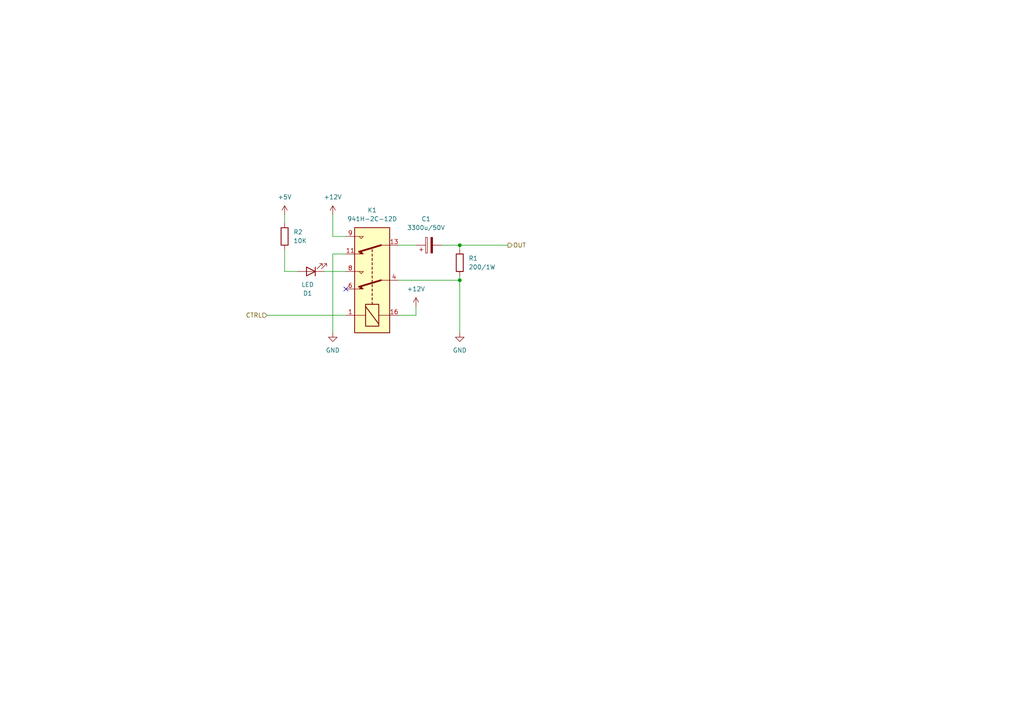
<source format=kicad_sch>
(kicad_sch (version 20230121) (generator eeschema)
  (paper "A4")
  (title_block (title "Point Coltroller Relay Module") (date "2023-10-30") (rev "Rev1.0") (company "by 46nori"))
  (lib_symbols
    (symbol "Device:C_Polarized" (pin_numbers hide) (pin_names (offset 0.254))
      (property "Reference" "C" (at 0.635 2.54 0))
      (property "Value" "C_Polarized" (at 0.635 -2.54 0))
      (symbol "C_Polarized_0_1"
        (rectangle (start -2.286 0.508) (end 2.286 1.016))
        (polyline (pts (xy -1.778 2.286) (xy -0.762 2.286)))
        (polyline (pts (xy -1.27 2.794) (xy -1.27 1.778)))
        (rectangle (start 2.286 -0.508) (end -2.286 -1.016) (fill (type outline)))
      )
      (symbol "C_Polarized_1_1"
        (pin passive line (at 0 3.81 270) (length 2.794) (name "~") (number "1"))
        (pin passive line (at 0 -3.81 90) (length 2.794) (name "~") (number "2"))
      )
    )
    (symbol "Device:LED" (pin_numbers hide) (pin_names (offset 1.016) hide)
      (property "Reference" "D" (at 0 2.54 0))
      (property "Value" "LED" (at 0 -2.54 0))
      (symbol "LED_0_1"
        (polyline (pts (xy -1.27 -1.27) (xy -1.27 1.27)) (stroke (width 0.254)))
        (polyline (pts (xy -1.27 0) (xy 1.27 0)))
        (polyline (pts (xy 1.27 -1.27) (xy 1.27 1.27) (xy -1.27 0) (xy 1.27 -1.27)) (stroke (width 0.254)))
        (polyline (pts (xy -3.048 -0.762) (xy -4.572 -2.286) (xy -3.81 -2.286) (xy -4.572 -2.286) (xy -4.572 -1.524)))
        (polyline (pts (xy -1.778 -0.762) (xy -3.302 -2.286) (xy -2.54 -2.286) (xy -3.302 -2.286) (xy -3.302 -1.524)))
      )
      (symbol "LED_1_1"
        (pin passive line (at -3.81 0 0) (length 2.54) (name "K") (number "1"))
        (pin passive line (at 3.81 0 180) (length 2.54) (name "A") (number "2"))
      )
    )
    (symbol "Device:R" (pin_numbers hide) (pin_names (offset 0))
      (property "Reference" "R" (at 2.032 0 90))
      (property "Value" "R" (at 0 0 90))
      (symbol "R_0_1"
        (rectangle (start -1.016 -2.54) (end 1.016 2.54) (stroke (width 0.254)))
      )
      (symbol "R_1_1"
        (pin passive line (at 0 3.81 270) (length 1.27) (name "~") (number "1"))
        (pin passive line (at 0 -3.81 90) (length 1.27) (name "~") (number "2"))
      )
    )
    (symbol "Relay:G5V-2"
      (property "Reference" "K" (at 16.51 3.81 0))
      (property "Value" "G5V-2" (at 16.51 1.27 0))
      (symbol "G5V-2_0_1"
        (rectangle (start -15.24 5.08) (end 15.24 -5.08) (stroke (width 0.254)) (fill (type background)))
        (rectangle (start -13.335 1.905) (end -6.985 -1.905) (stroke (width 0.254)))
        (polyline (pts (xy -12.7 -1.905) (xy -7.62 1.905)) (stroke (width 0.254)))
        (polyline (pts (xy -10.16 -5.08) (xy -10.16 -1.905)))
        (polyline (pts (xy -10.16 5.08) (xy -10.16 1.905)))
        (polyline (pts (xy -6.985 0) (xy -6.35 0)) (stroke (width 0.254)))
        (polyline (pts (xy -5.715 0) (xy -5.08 0)) (stroke (width 0.254)))
        (polyline (pts (xy -4.445 0) (xy -3.81 0)) (stroke (width 0.254)))
        (polyline (pts (xy -3.175 0) (xy -2.54 0)) (stroke (width 0.254)))
        (polyline (pts (xy -1.905 0) (xy -1.27 0)) (stroke (width 0.254)))
        (polyline (pts (xy -0.635 0) (xy 0 0)) (stroke (width 0.254)))
        (polyline (pts (xy 0 -2.54) (xy -1.905 3.81)) (stroke (width 0.508)))
        (polyline (pts (xy 0 -2.54) (xy 0 -5.08)))
        (polyline (pts (xy 0.635 0) (xy 1.27 0)) (stroke (width 0.254)))
        (polyline (pts (xy 1.905 0) (xy 2.54 0)) (stroke (width 0.254)))
        (polyline (pts (xy 3.175 0) (xy 3.81 0)) (stroke (width 0.254)))
        (polyline (pts (xy 4.445 0) (xy 5.08 0)) (stroke (width 0.254)))
        (polyline (pts (xy 5.715 0) (xy 6.35 0)) (stroke (width 0.254)))
        (polyline (pts (xy 6.985 0) (xy 7.62 0)) (stroke (width 0.254)))
        (polyline (pts (xy 8.255 0) (xy 8.89 0)) (stroke (width 0.254)))
        (polyline (pts (xy 10.16 -2.54) (xy 8.255 3.81)) (stroke (width 0.508)))
        (polyline (pts (xy 10.16 -2.54) (xy 10.16 -5.08)))
        (polyline (pts (xy -2.54 5.08) (xy -2.54 2.54) (xy -1.905 3.175) (xy -2.54 3.81)) (fill (type outline)))
        (polyline (pts (xy 2.54 5.08) (xy 2.54 2.54) (xy 1.905 3.175) (xy 2.54 3.81)))
        (polyline (pts (xy 7.62 5.08) (xy 7.62 2.54) (xy 8.255 3.175) (xy 7.62 3.81)) (fill (type outline)))
        (polyline (pts (xy 12.7 5.08) (xy 12.7 2.54) (xy 12.065 3.175) (xy 12.7 3.81)))
      )
      (symbol "G5V-2_1_1"
        (pin passive line (at -10.16 7.62 270) (length 2.54) (name "~") (number "1"))
        (pin passive line (at 7.62 7.62 270) (length 2.54) (name "~") (number "11"))
        (pin passive line (at 10.16 -7.62 90) (length 2.54) (name "~") (number "13"))
        (pin passive line (at -10.16 -7.62 90) (length 2.54) (name "~") (number "16"))
        (pin passive line (at 0 -7.62 90) (length 2.54) (name "~") (number "4"))
        (pin passive line (at -2.54 7.62 270) (length 2.54) (name "~") (number "6"))
        (pin passive line (at 2.54 7.62 270) (length 2.54) (name "~") (number "8"))
        (pin passive line (at 12.7 7.62 270) (length 2.54) (name "~") (number "9"))
      )
    )
    (symbol "power:+12V" (power) (pin_names (offset 0))
      (property "Value" "+12V" (at 0 3.556 0))
      (symbol "+12V_0_1"
        (polyline (pts (xy -0.762 1.27) (xy 0 2.54)))
        (polyline (pts (xy 0 0) (xy 0 2.54)))
        (polyline (pts (xy 0 2.54) (xy 0.762 1.27)))
      )
      (symbol "+12V_1_1"
        (pin power_in line (at 0 0 90) (length 0) hide (name "+12V") (number "1"))
      )
    )
    (symbol "power:+5V" (power) (pin_names (offset 0))
      (property "Value" "+5V" (at 0 3.556 0))
      (symbol "+5V_0_1"
        (polyline (pts (xy -0.762 1.27) (xy 0 2.54)))
        (polyline (pts (xy 0 0) (xy 0 2.54)))
        (polyline (pts (xy 0 2.54) (xy 0.762 1.27)))
      )
      (symbol "+5V_1_1"
        (pin power_in line (at 0 0 90) (length 0) hide (name "+5V") (number "1"))
      )
    )
    (symbol "power:GND" (power) (pin_names (offset 0))
      (property "Value" "GND" (at 0 -3.81 0))
      (symbol "GND_0_1"
        (polyline (pts (xy 0 0) (xy 0 -1.27) (xy 1.27 -1.27) (xy 0 -2.54) (xy -1.27 -1.27) (xy 0 -1.27)))
      )
      (symbol "GND_1_1"
        (pin power_in line (at 0 0 270) (length 0) hide (name "GND") (number "1"))
      )
    )
  )
  (junction (at 133.35 71.12))
  (junction (at 133.35 81.28))
  (no_connect (at 100.33 83.82))
  (wire (pts (xy 128.27 71.12) (xy 133.35 71.12)))
  (wire (pts (xy 93.98 78.74) (xy 100.33 78.74)))
  (wire (pts (xy 82.55 78.74) (xy 86.36 78.74)))
  (wire (pts (xy 115.57 91.44) (xy 120.65 91.44)))
  (wire (pts (xy 133.35 71.12) (xy 133.35 72.39)))
  (wire (pts (xy 133.35 80.01) (xy 133.35 81.28)))
  (wire (pts (xy 115.57 71.12) (xy 120.65 71.12)))
  (wire (pts (xy 133.35 71.12) (xy 147.32 71.12)))
  (wire (pts (xy 77.47 91.44) (xy 100.33 91.44)))
  (wire (pts (xy 82.55 78.74) (xy 82.55 72.39)))
  (wire (pts (xy 120.65 91.44) (xy 120.65 88.9)))
  (wire (pts (xy 100.33 73.66) (xy 96.52 73.66)))
  (wire (pts (xy 133.35 81.28) (xy 133.35 96.52)))
  (wire (pts (xy 96.52 68.58) (xy 100.33 68.58)))
  (wire (pts (xy 115.57 81.28) (xy 133.35 81.28)))
  (wire (pts (xy 82.55 62.23) (xy 82.55 64.77)))
  (wire (pts (xy 96.52 62.23) (xy 96.52 68.58)))
  (wire (pts (xy 96.52 73.66) (xy 96.52 96.52)))
  (hierarchical_label "CTRL" (shape input) (at 77.47 91.44 180))
  (hierarchical_label "OUT" (shape output) (at 147.32 71.12 0))
  (symbol (lib_id "power:+5V") (at 82.55 62.23 0) (unit 1)
    (property "Reference" "#PWR05" (effects hide))
    (property "Value" "+5V" (at 82.55 57.15 0))
    (instances (project "PointController" (path "" (reference "#PWR05") (unit 1)) (path "" (reference "#PWR0201") (unit 1)) (path "" (reference "#PWR0301") (unit 1)) (path "" (reference "#PWR0401") (unit 1)) (path "" (reference "#PWR0501") (unit 1)) (path "" (reference "#PWR0601") (unit 1)) (path "" (reference "#PWR0701") (unit 1)) (path "" (reference "#PWR0801") (unit 1)) (path "" (reference "#PWR0901") (unit 1)) (path "" (reference "#PWR01001") (unit 1)) (path "" (reference "#PWR01101") (unit 1)) (path "" (reference "#PWR01201") (unit 1)) (path "" (reference "#PWR01301") (unit 1)) (path "" (reference "#PWR01401") (unit 1)) (path "" (reference "#PWR01501") (unit 1)) (path "" (reference "#PWR01601") (unit 1)) (path "" (reference "#PWR01701") (unit 1))))
  )
  (symbol (lib_id "power:+12V") (at 120.65 88.9 0) (unit 1)
    (property "Reference" "#PWR01" (effects hide))
    (property "Value" "+12V" (at 120.65 83.82 0))
    (instances (project "PointController" (path "" (reference "#PWR01") (unit 1)) (path "" (reference "#PWR0203") (unit 1)) (path "" (reference "#PWR0303") (unit 1)) (path "" (reference "#PWR0403") (unit 1)) (path "" (reference "#PWR0503") (unit 1)) (path "" (reference "#PWR0603") (unit 1)) (path "" (reference "#PWR0703") (unit 1)) (path "" (reference "#PWR0803") (unit 1)) (path "" (reference "#PWR0903") (unit 1)) (path "" (reference "#PWR01003") (unit 1)) (path "" (reference "#PWR01103") (unit 1)) (path "" (reference "#PWR01203") (unit 1)) (path "" (reference "#PWR01303") (unit 1)) (path "" (reference "#PWR01403") (unit 1)) (path "" (reference "#PWR01503") (unit 1)) (path "" (reference "#PWR01603") (unit 1)) (path "" (reference "#PWR01703") (unit 1))))
  )
  (symbol (lib_id "Device:R") (at 133.35 76.2 180) (unit 1)
    (property "Reference" "R1" (at 135.89 74.93 0) (effects (justify right)))
    (property "Value" "200/1W" (at 135.89 77.47 0) (effects (justify right)))
    (property "Footprint" "Resistor_THT:R_Axial_DIN0414_L11.9mm_D4.5mm_P20.32mm_Horizontal" (effects hide))
    (instances (project "PointController" (path "" (reference "R1") (unit 1)) (path "" (reference "R202") (unit 1)) (path "" (reference "R302") (unit 1)) (path "" (reference "R402") (unit 1)) (path "" (reference "R502") (unit 1)) (path "" (reference "R602") (unit 1)) (path "" (reference "R702") (unit 1)) (path "" (reference "R802") (unit 1)) (path "" (reference "R902") (unit 1)) (path "" (reference "R1002") (unit 1)) (path "" (reference "R1102") (unit 1)) (path "" (reference "R1202") (unit 1)) (path "" (reference "R1302") (unit 1)) (path "" (reference "R1402") (unit 1)) (path "" (reference "R1502") (unit 1)) (path "" (reference "R1602") (unit 1)) (path "" (reference "R1702") (unit 1))))
  )
  (symbol (lib_id "power:GND") (at 133.35 96.52 0) (unit 1)
    (property "Reference" "#PWR04" (effects hide))
    (property "Value" "GND" (at 133.35 101.6 0))
    (instances (project "PointController" (path "" (reference "#PWR04") (unit 1)) (path "" (reference "#PWR0205") (unit 1)) (path "" (reference "#PWR0305") (unit 1)) (path "" (reference "#PWR0405") (unit 1)) (path "" (reference "#PWR0505") (unit 1)) (path "" (reference "#PWR0605") (unit 1)) (path "" (reference "#PWR0705") (unit 1)) (path "" (reference "#PWR0805") (unit 1)) (path "" (reference "#PWR0905") (unit 1)) (path "" (reference "#PWR01005") (unit 1)) (path "" (reference "#PWR01105") (unit 1)) (path "" (reference "#PWR01205") (unit 1)) (path "" (reference "#PWR01305") (unit 1)) (path "" (reference "#PWR01405") (unit 1)) (path "" (reference "#PWR01505") (unit 1)) (path "" (reference "#PWR01605") (unit 1)) (path "" (reference "#PWR01705") (unit 1))))
  )
  (symbol (lib_id "Device:LED") (at 90.17 78.74 180) (unit 1)
    (property "Reference" "D1" (at 89.2175 85.09 0))
    (property "Value" "LED" (at 89.2175 82.55 0))
    (property "Footprint" "LED_THT:LED_D3.0mm" (effects hide))
    (instances (project "PointController" (path "" (reference "D1") (unit 1)) (path "" (reference "D201") (unit 1)) (path "" (reference "D301") (unit 1)) (path "" (reference "D401") (unit 1)) (path "" (reference "D501") (unit 1)) (path "" (reference "D601") (unit 1)) (path "" (reference "D701") (unit 1)) (path "" (reference "D801") (unit 1)) (path "" (reference "D901") (unit 1)) (path "" (reference "D1001") (unit 1)) (path "" (reference "D1101") (unit 1)) (path "" (reference "D1201") (unit 1)) (path "" (reference "D1301") (unit 1)) (path "" (reference "D1401") (unit 1)) (path "" (reference "D1501") (unit 1)) (path "" (reference "D1601") (unit 1)) (path "" (reference "D1701") (unit 1))))
  )
  (symbol (lib_id "Device:R") (at 82.55 68.58 180) (unit 1)
    (property "Reference" "R2" (at 85.09 67.31 0) (effects (justify right)))
    (property "Value" "10K" (at 85.09 69.85 0) (effects (justify right)))
    (property "Footprint" "Resistor_THT:R_Axial_DIN0204_L3.6mm_D1.6mm_P7.62mm_Horizontal" (effects hide))
    (instances (project "PointController" (path "" (reference "R2") (unit 1)) (path "" (reference "R201") (unit 1)) (path "" (reference "R301") (unit 1)) (path "" (reference "R401") (unit 1)) (path "" (reference "R501") (unit 1)) (path "" (reference "R601") (unit 1)) (path "" (reference "R701") (unit 1)) (path "" (reference "R801") (unit 1)) (path "" (reference "R901") (unit 1)) (path "" (reference "R1001") (unit 1)) (path "" (reference "R1101") (unit 1)) (path "" (reference "R1201") (unit 1)) (path "" (reference "R1301") (unit 1)) (path "" (reference "R1401") (unit 1)) (path "" (reference "R1501") (unit 1)) (path "" (reference "R1601") (unit 1)) (path "" (reference "R1701") (unit 1))))
  )
  (symbol (lib_id "power:GND") (at 96.52 96.52 0) (unit 1)
    (property "Reference" "#PWR03" (effects hide))
    (property "Value" "GND" (at 96.52 101.6 0))
    (instances (project "PointController" (path "" (reference "#PWR03") (unit 1)) (path "" (reference "#PWR0204") (unit 1)) (path "" (reference "#PWR0304") (unit 1)) (path "" (reference "#PWR0404") (unit 1)) (path "" (reference "#PWR0504") (unit 1)) (path "" (reference "#PWR0604") (unit 1)) (path "" (reference "#PWR0704") (unit 1)) (path "" (reference "#PWR0804") (unit 1)) (path "" (reference "#PWR0904") (unit 1)) (path "" (reference "#PWR01004") (unit 1)) (path "" (reference "#PWR01104") (unit 1)) (path "" (reference "#PWR01204") (unit 1)) (path "" (reference "#PWR01304") (unit 1)) (path "" (reference "#PWR01404") (unit 1)) (path "" (reference "#PWR01504") (unit 1)) (path "" (reference "#PWR01604") (unit 1)) (path "" (reference "#PWR01704") (unit 1))))
  )
  (symbol (lib_id "power:+12V") (at 96.52 62.23 0) (unit 1)
    (property "Reference" "#PWR02" (effects hide))
    (property "Value" "+12V" (at 96.52 57.15 0))
    (instances (project "PointController" (path "" (reference "#PWR02") (unit 1)) (path "" (reference "#PWR0202") (unit 1)) (path "" (reference "#PWR0302") (unit 1)) (path "" (reference "#PWR0402") (unit 1)) (path "" (reference "#PWR0502") (unit 1)) (path "" (reference "#PWR0602") (unit 1)) (path "" (reference "#PWR0702") (unit 1)) (path "" (reference "#PWR0802") (unit 1)) (path "" (reference "#PWR0902") (unit 1)) (path "" (reference "#PWR01002") (unit 1)) (path "" (reference "#PWR01102") (unit 1)) (path "" (reference "#PWR01202") (unit 1)) (path "" (reference "#PWR01302") (unit 1)) (path "" (reference "#PWR01402") (unit 1)) (path "" (reference "#PWR01502") (unit 1)) (path "" (reference "#PWR01602") (unit 1)) (path "" (reference "#PWR01702") (unit 1))))
  )
  (symbol (lib_id "Relay:G5V-2") (at 107.95 81.28 90) (unit 1)
    (property "Reference" "K1" (at 107.95 60.96 90))
    (property "Value" "941H-2C-12D" (at 107.95 63.5 90))
    (property "Footprint" "Relay_THT:Relay_DPDT_Omron_G5V-2" (effects hide))
    (property "Datasheet" "https://akizukidenshi.com/download/941H-2C-12D.pdf" (effects hide))
    (instances (project "PointController" (path "" (reference "K1") (unit 1)) (path "" (reference "K201") (unit 1)) (path "" (reference "K301") (unit 1)) (path "" (reference "K401") (unit 1)) (path "" (reference "K501") (unit 1)) (path "" (reference "K601") (unit 1)) (path "" (reference "K701") (unit 1)) (path "" (reference "K801") (unit 1)) (path "" (reference "K901") (unit 1)) (path "" (reference "K1001") (unit 1)) (path "" (reference "K1101") (unit 1)) (path "" (reference "K1201") (unit 1)) (path "" (reference "K1301") (unit 1)) (path "" (reference "K1401") (unit 1)) (path "" (reference "K1501") (unit 1)) (path "" (reference "K1601") (unit 1)) (path "" (reference "K1701") (unit 1))))
  )
  (symbol (lib_id "Device:C_Polarized") (at 124.46 71.12 90) (unit 1)
    (property "Reference" "C1" (at 123.571 63.5 90))
    (property "Value" "3300u/50V" (at 123.571 66.04 90))
    (property "Footprint" "Capacitor_THT:CP_Radial_D18.0mm_P7.50mm" (effects hide))
    (instances (project "PointController" (path "" (reference "C1") (unit 1)) (path "" (reference "C201") (unit 1)) (path "" (reference "C301") (unit 1)) (path "" (reference "C401") (unit 1)) (path "" (reference "C501") (unit 1)) (path "" (reference "C601") (unit 1)) (path "" (reference "C701") (unit 1)) (path "" (reference "C801") (unit 1)) (path "" (reference "C901") (unit 1)) (path "" (reference "C1001") (unit 1)) (path "" (reference "C1101") (unit 1)) (path "" (reference "C1201") (unit 1)) (path "" (reference "C1301") (unit 1)) (path "" (reference "C1401") (unit 1)) (path "" (reference "C1501") (unit 1)) (path "" (reference "C1601") (unit 1)) (path "" (reference "C1701") (unit 1))))
  )
)
</source>
